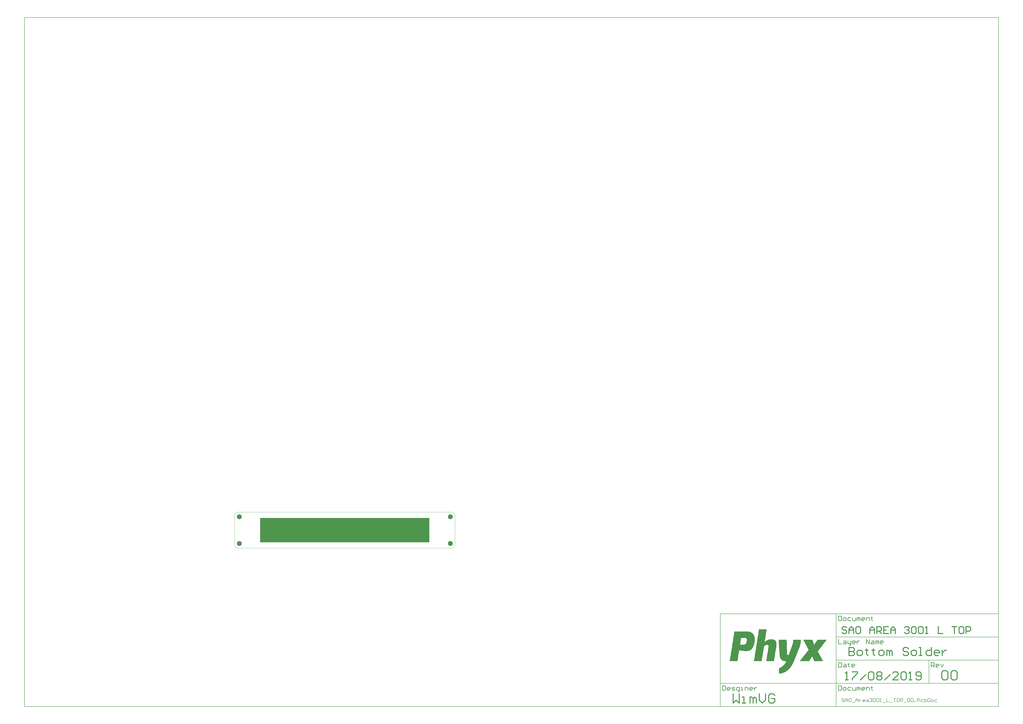
<source format=gbs>
G04*
G04 #@! TF.GenerationSoftware,Altium Limited,Altium Designer,18.1.7 (191)*
G04*
G04 Layer_Color=16711935*
%FSLAX25Y25*%
%MOIN*%
G70*
G01*
G75*
%ADD10C,0.01575*%
%ADD11C,0.00394*%
%ADD12C,0.00787*%
%ADD13C,0.00984*%
%ADD14C,0.08268*%
%ADD18R,2.87402X0.41339*%
G36*
X872201Y-141778D02*
X873919D01*
Y-142065D01*
X874778D01*
Y-142351D01*
X875637D01*
Y-142637D01*
X876496D01*
Y-142924D01*
X877069D01*
Y-143210D01*
X877355D01*
Y-143496D01*
X877928D01*
Y-143783D01*
X878214D01*
Y-144069D01*
X878786D01*
Y-144355D01*
X879073D01*
Y-144641D01*
X879359D01*
Y-144928D01*
X879646D01*
Y-145214D01*
X879932D01*
Y-145501D01*
X880218D01*
Y-145787D01*
X880504D01*
Y-146073D01*
Y-146359D01*
X880791D01*
Y-146646D01*
X881077D01*
Y-146932D01*
Y-147218D01*
X881363D01*
Y-147505D01*
X881650D01*
Y-147791D01*
Y-148077D01*
X881936D01*
Y-148364D01*
Y-148650D01*
Y-148936D01*
X882222D01*
Y-149223D01*
Y-149509D01*
Y-149795D01*
X882509D01*
Y-150082D01*
Y-150368D01*
Y-150654D01*
Y-150940D01*
X882795D01*
Y-151227D01*
Y-151513D01*
Y-151799D01*
Y-152086D01*
Y-152372D01*
X883081D01*
Y-152658D01*
Y-152945D01*
Y-153231D01*
Y-153517D01*
Y-153804D01*
Y-154090D01*
Y-154376D01*
Y-154663D01*
Y-154949D01*
Y-155235D01*
Y-155521D01*
Y-155808D01*
Y-156094D01*
Y-156380D01*
Y-156667D01*
Y-156953D01*
Y-157239D01*
Y-157526D01*
Y-157812D01*
Y-158098D01*
X882795D01*
Y-158385D01*
Y-158671D01*
Y-158957D01*
Y-159244D01*
Y-159530D01*
Y-159816D01*
Y-160102D01*
X882509D01*
Y-160389D01*
Y-160675D01*
Y-160961D01*
Y-161248D01*
Y-161534D01*
X882222D01*
Y-161820D01*
Y-162107D01*
Y-162393D01*
Y-162679D01*
Y-162966D01*
X881936D01*
Y-163252D01*
Y-163538D01*
Y-163824D01*
X881650D01*
Y-164111D01*
Y-164397D01*
Y-164683D01*
Y-164970D01*
X881363D01*
Y-165256D01*
Y-165542D01*
Y-165829D01*
X881077D01*
Y-166115D01*
Y-166401D01*
X880791D01*
Y-166688D01*
Y-166974D01*
Y-167260D01*
X880504D01*
Y-167547D01*
Y-167833D01*
X880218D01*
Y-168119D01*
Y-168405D01*
X879932D01*
Y-168692D01*
Y-168978D01*
X879646D01*
Y-169264D01*
X879359D01*
Y-169551D01*
Y-169837D01*
X879073D01*
Y-170123D01*
X878786D01*
Y-170410D01*
X878500D01*
Y-170696D01*
Y-170982D01*
X878214D01*
Y-171269D01*
X877928D01*
Y-171555D01*
X877641D01*
Y-171841D01*
X877355D01*
Y-172127D01*
X877069D01*
Y-172414D01*
X876496D01*
Y-172700D01*
X876210D01*
Y-172986D01*
X875637D01*
Y-173273D01*
X875351D01*
Y-173559D01*
X874778D01*
Y-173845D01*
X873919D01*
Y-174132D01*
X873060D01*
Y-174418D01*
X872201D01*
Y-174704D01*
X870483D01*
Y-174991D01*
X865330D01*
Y-174704D01*
X862753D01*
Y-174418D01*
X860749D01*
Y-174132D01*
X859317D01*
Y-173845D01*
X857886D01*
Y-173559D01*
X856454D01*
Y-173845D01*
Y-174132D01*
Y-174418D01*
Y-174704D01*
Y-174991D01*
Y-175277D01*
Y-175563D01*
X856168D01*
Y-175850D01*
Y-176136D01*
Y-176422D01*
Y-176709D01*
Y-176995D01*
Y-177281D01*
X855882D01*
Y-177568D01*
Y-177854D01*
Y-178140D01*
Y-178426D01*
Y-178713D01*
Y-178999D01*
X855595D01*
Y-179285D01*
Y-179572D01*
Y-179858D01*
Y-180144D01*
Y-180431D01*
Y-180717D01*
Y-181003D01*
X855309D01*
Y-181290D01*
Y-181576D01*
Y-181862D01*
Y-182149D01*
Y-182435D01*
Y-182721D01*
X855023D01*
Y-183007D01*
Y-183294D01*
Y-183580D01*
Y-183866D01*
Y-184153D01*
Y-184439D01*
X854736D01*
Y-184725D01*
Y-185012D01*
Y-185298D01*
Y-185584D01*
Y-185871D01*
Y-186157D01*
Y-186443D01*
X854450D01*
Y-186730D01*
Y-187016D01*
Y-187302D01*
Y-187588D01*
Y-187875D01*
Y-188161D01*
X854164D01*
Y-188447D01*
Y-188734D01*
Y-189020D01*
Y-189306D01*
Y-189593D01*
Y-189879D01*
X853877D01*
Y-190165D01*
Y-190452D01*
Y-190738D01*
Y-191024D01*
Y-191311D01*
Y-191597D01*
Y-191883D01*
X840421D01*
Y-191597D01*
X840707D01*
Y-191311D01*
Y-191024D01*
Y-190738D01*
Y-190452D01*
Y-190165D01*
X840993D01*
Y-189879D01*
Y-189593D01*
Y-189306D01*
Y-189020D01*
Y-188734D01*
Y-188447D01*
Y-188161D01*
X841280D01*
Y-187875D01*
Y-187588D01*
Y-187302D01*
Y-187016D01*
Y-186730D01*
Y-186443D01*
X841566D01*
Y-186157D01*
Y-185871D01*
Y-185584D01*
Y-185298D01*
Y-185012D01*
Y-184725D01*
X841852D01*
Y-184439D01*
Y-184153D01*
Y-183866D01*
Y-183580D01*
Y-183294D01*
Y-183007D01*
Y-182721D01*
X842138D01*
Y-182435D01*
Y-182149D01*
Y-181862D01*
Y-181576D01*
Y-181290D01*
Y-181003D01*
X842425D01*
Y-180717D01*
Y-180431D01*
Y-180144D01*
Y-179858D01*
Y-179572D01*
Y-179285D01*
X842711D01*
Y-178999D01*
Y-178713D01*
Y-178426D01*
Y-178140D01*
Y-177854D01*
Y-177568D01*
X842997D01*
Y-177281D01*
Y-176995D01*
Y-176709D01*
Y-176422D01*
Y-176136D01*
Y-175850D01*
Y-175563D01*
X843284D01*
Y-175277D01*
Y-174991D01*
Y-174704D01*
Y-174418D01*
Y-174132D01*
Y-173845D01*
X843570D01*
Y-173559D01*
Y-173273D01*
Y-172986D01*
Y-172700D01*
Y-172414D01*
Y-172127D01*
X843856D01*
Y-171841D01*
Y-171555D01*
Y-171269D01*
Y-170982D01*
Y-170696D01*
Y-170410D01*
X844143D01*
Y-170123D01*
Y-169837D01*
Y-169551D01*
Y-169264D01*
Y-168978D01*
Y-168692D01*
Y-168405D01*
X844429D01*
Y-168119D01*
Y-167833D01*
Y-167547D01*
Y-167260D01*
Y-166974D01*
Y-166688D01*
X844715D01*
Y-166401D01*
Y-166115D01*
Y-165829D01*
Y-165542D01*
Y-165256D01*
Y-164970D01*
X845002D01*
Y-164683D01*
Y-164397D01*
Y-164111D01*
Y-163824D01*
Y-163538D01*
Y-163252D01*
Y-162966D01*
X845288D01*
Y-162679D01*
Y-162393D01*
Y-162107D01*
Y-161820D01*
Y-161534D01*
Y-161248D01*
X845574D01*
Y-160961D01*
Y-160675D01*
Y-160389D01*
Y-160102D01*
Y-159816D01*
Y-159530D01*
X845861D01*
Y-159244D01*
Y-158957D01*
Y-158671D01*
Y-158385D01*
Y-158098D01*
Y-157812D01*
X846147D01*
Y-157526D01*
Y-157239D01*
Y-156953D01*
Y-156667D01*
Y-156380D01*
Y-156094D01*
Y-155808D01*
X846433D01*
Y-155521D01*
Y-155235D01*
Y-154949D01*
Y-154663D01*
Y-154376D01*
Y-154090D01*
X846719D01*
Y-153804D01*
Y-153517D01*
Y-153231D01*
Y-152945D01*
Y-152658D01*
Y-152372D01*
X847006D01*
Y-152086D01*
Y-151799D01*
Y-151513D01*
Y-151227D01*
Y-150940D01*
Y-150654D01*
Y-150368D01*
X847292D01*
Y-150082D01*
Y-149795D01*
Y-149509D01*
Y-149223D01*
Y-148936D01*
Y-148650D01*
X847578D01*
Y-148364D01*
Y-148077D01*
Y-147791D01*
Y-147505D01*
Y-147218D01*
Y-146932D01*
X847865D01*
Y-146646D01*
Y-146359D01*
Y-146073D01*
Y-145787D01*
Y-145501D01*
Y-145214D01*
Y-144928D01*
X848151D01*
Y-144641D01*
Y-144355D01*
Y-144069D01*
Y-143783D01*
Y-143496D01*
Y-143210D01*
X848437D01*
Y-142924D01*
Y-142637D01*
Y-142351D01*
Y-142065D01*
Y-141778D01*
Y-141492D01*
X872201D01*
Y-141778D01*
D02*
G37*
G36*
X903409Y-138343D02*
Y-138629D01*
X903123D01*
Y-138915D01*
Y-139202D01*
Y-139488D01*
Y-139774D01*
Y-140060D01*
Y-140347D01*
X902837D01*
Y-140633D01*
Y-140919D01*
Y-141206D01*
Y-141492D01*
Y-141778D01*
Y-142065D01*
X902551D01*
Y-142351D01*
Y-142637D01*
Y-142924D01*
Y-143210D01*
Y-143496D01*
Y-143783D01*
Y-144069D01*
X902264D01*
Y-144355D01*
Y-144641D01*
Y-144928D01*
Y-145214D01*
Y-145501D01*
Y-145787D01*
X901978D01*
Y-146073D01*
Y-146359D01*
Y-146646D01*
Y-146932D01*
Y-147218D01*
Y-147505D01*
X901692D01*
Y-147791D01*
Y-148077D01*
Y-148364D01*
Y-148650D01*
Y-148936D01*
Y-149223D01*
Y-149509D01*
X901405D01*
Y-149795D01*
Y-150082D01*
Y-150368D01*
Y-150654D01*
Y-150940D01*
Y-151227D01*
X901119D01*
Y-151513D01*
Y-151799D01*
Y-152086D01*
Y-152372D01*
Y-152658D01*
Y-152945D01*
X900833D01*
Y-153231D01*
Y-153517D01*
Y-153804D01*
Y-154090D01*
Y-154376D01*
Y-154663D01*
X900546D01*
Y-154949D01*
Y-155235D01*
Y-155521D01*
Y-155808D01*
Y-156094D01*
Y-156380D01*
Y-156667D01*
X900260D01*
Y-156953D01*
Y-157239D01*
Y-157526D01*
Y-157812D01*
Y-158098D01*
Y-158385D01*
X899974D01*
Y-158671D01*
Y-158957D01*
X900546D01*
Y-158671D01*
X900833D01*
Y-158385D01*
X901119D01*
Y-158098D01*
X901692D01*
Y-157812D01*
X901978D01*
Y-157526D01*
X902264D01*
Y-157239D01*
X902837D01*
Y-156953D01*
X903409D01*
Y-156667D01*
X903696D01*
Y-156380D01*
X904268D01*
Y-156094D01*
X905127D01*
Y-155808D01*
X905700D01*
Y-155521D01*
X906559D01*
Y-155235D01*
X907990D01*
Y-154949D01*
X914289D01*
Y-155235D01*
X915435D01*
Y-155521D01*
X916294D01*
Y-155808D01*
X916866D01*
Y-156094D01*
X917153D01*
Y-156380D01*
X917725D01*
Y-156667D01*
X918011D01*
Y-156953D01*
X918298D01*
Y-157239D01*
X918584D01*
Y-157526D01*
X918870D01*
Y-157812D01*
Y-158098D01*
X919157D01*
Y-158385D01*
Y-158671D01*
X919443D01*
Y-158957D01*
Y-159244D01*
Y-159530D01*
X919729D01*
Y-159816D01*
Y-160102D01*
Y-160389D01*
Y-160675D01*
X920016D01*
Y-160961D01*
Y-161248D01*
Y-161534D01*
Y-161820D01*
Y-162107D01*
Y-162393D01*
Y-162679D01*
Y-162966D01*
Y-163252D01*
Y-163538D01*
Y-163824D01*
Y-164111D01*
Y-164397D01*
Y-164683D01*
Y-164970D01*
Y-165256D01*
Y-165542D01*
Y-165829D01*
X919729D01*
Y-166115D01*
Y-166401D01*
Y-166688D01*
Y-166974D01*
Y-167260D01*
Y-167547D01*
Y-167833D01*
X919443D01*
Y-168119D01*
Y-168405D01*
Y-168692D01*
Y-168978D01*
Y-169264D01*
Y-169551D01*
Y-169837D01*
X919157D01*
Y-170123D01*
Y-170410D01*
Y-170696D01*
Y-170982D01*
Y-171269D01*
Y-171555D01*
X918870D01*
Y-171841D01*
Y-172127D01*
Y-172414D01*
Y-172700D01*
Y-172986D01*
Y-173273D01*
X918584D01*
Y-173559D01*
Y-173845D01*
Y-174132D01*
Y-174418D01*
Y-174704D01*
Y-174991D01*
X918298D01*
Y-175277D01*
Y-175563D01*
Y-175850D01*
Y-176136D01*
Y-176422D01*
Y-176709D01*
Y-176995D01*
X918011D01*
Y-177281D01*
Y-177568D01*
Y-177854D01*
Y-178140D01*
Y-178426D01*
Y-178713D01*
X917725D01*
Y-178999D01*
Y-179285D01*
Y-179572D01*
Y-179858D01*
Y-180144D01*
Y-180431D01*
X917439D01*
Y-180717D01*
Y-181003D01*
Y-181290D01*
Y-181576D01*
Y-181862D01*
Y-182149D01*
Y-182435D01*
X917153D01*
Y-182721D01*
Y-183007D01*
Y-183294D01*
Y-183580D01*
Y-183866D01*
Y-184153D01*
X916866D01*
Y-184439D01*
Y-184725D01*
Y-185012D01*
Y-185298D01*
Y-185584D01*
Y-185871D01*
X916580D01*
Y-186157D01*
Y-186443D01*
Y-186730D01*
Y-187016D01*
Y-187302D01*
Y-187588D01*
X916294D01*
Y-187875D01*
Y-188161D01*
Y-188447D01*
Y-188734D01*
Y-189020D01*
Y-189306D01*
Y-189593D01*
X916007D01*
Y-189879D01*
Y-190165D01*
Y-190452D01*
Y-190738D01*
Y-191024D01*
Y-191311D01*
X915721D01*
Y-191597D01*
Y-191883D01*
X902551D01*
Y-191597D01*
Y-191311D01*
X902837D01*
Y-191024D01*
Y-190738D01*
Y-190452D01*
Y-190165D01*
Y-189879D01*
Y-189593D01*
X903123D01*
Y-189306D01*
Y-189020D01*
Y-188734D01*
Y-188447D01*
Y-188161D01*
Y-187875D01*
Y-187588D01*
X903409D01*
Y-187302D01*
Y-187016D01*
Y-186730D01*
Y-186443D01*
Y-186157D01*
Y-185871D01*
X903696D01*
Y-185584D01*
Y-185298D01*
Y-185012D01*
Y-184725D01*
Y-184439D01*
Y-184153D01*
X903982D01*
Y-183866D01*
Y-183580D01*
Y-183294D01*
Y-183007D01*
Y-182721D01*
Y-182435D01*
Y-182149D01*
X904268D01*
Y-181862D01*
Y-181576D01*
Y-181290D01*
Y-181003D01*
Y-180717D01*
Y-180431D01*
X904555D01*
Y-180144D01*
Y-179858D01*
Y-179572D01*
Y-179285D01*
Y-178999D01*
Y-178713D01*
Y-178426D01*
X904841D01*
Y-178140D01*
Y-177854D01*
Y-177568D01*
Y-177281D01*
Y-176995D01*
Y-176709D01*
X905127D01*
Y-176422D01*
Y-176136D01*
Y-175850D01*
Y-175563D01*
Y-175277D01*
Y-174991D01*
X905414D01*
Y-174704D01*
Y-174418D01*
Y-174132D01*
Y-173845D01*
Y-173559D01*
Y-173273D01*
X905700D01*
Y-172986D01*
Y-172700D01*
Y-172414D01*
Y-172127D01*
Y-171841D01*
Y-171555D01*
Y-171269D01*
X905986D01*
Y-170982D01*
Y-170696D01*
Y-170410D01*
Y-170123D01*
Y-169837D01*
Y-169551D01*
X906273D01*
Y-169264D01*
Y-168978D01*
Y-168692D01*
Y-168405D01*
Y-168119D01*
Y-167833D01*
Y-167547D01*
X906559D01*
Y-167260D01*
Y-166974D01*
Y-166688D01*
Y-166401D01*
Y-166115D01*
Y-165829D01*
X906273D01*
Y-165542D01*
Y-165256D01*
X905986D01*
Y-164970D01*
X905700D01*
Y-164683D01*
X905127D01*
Y-164397D01*
X903409D01*
Y-164683D01*
X901978D01*
Y-164970D01*
X901119D01*
Y-165256D01*
X900546D01*
Y-165542D01*
X900260D01*
Y-165829D01*
X899687D01*
Y-166115D01*
X899401D01*
Y-166401D01*
X899115D01*
Y-166688D01*
Y-166974D01*
X898828D01*
Y-167260D01*
Y-167547D01*
Y-167833D01*
X898542D01*
Y-168119D01*
Y-168405D01*
Y-168692D01*
Y-168978D01*
Y-169264D01*
Y-169551D01*
X898256D01*
Y-169837D01*
Y-170123D01*
Y-170410D01*
Y-170696D01*
Y-170982D01*
Y-171269D01*
Y-171555D01*
X897970D01*
Y-171841D01*
Y-172127D01*
Y-172414D01*
Y-172700D01*
Y-172986D01*
Y-173273D01*
X897683D01*
Y-173559D01*
Y-173845D01*
Y-174132D01*
Y-174418D01*
Y-174704D01*
Y-174991D01*
X897397D01*
Y-175277D01*
Y-175563D01*
Y-175850D01*
Y-176136D01*
Y-176422D01*
Y-176709D01*
X897111D01*
Y-176995D01*
Y-177281D01*
Y-177568D01*
Y-177854D01*
Y-178140D01*
Y-178426D01*
Y-178713D01*
X896824D01*
Y-178999D01*
Y-179285D01*
Y-179572D01*
Y-179858D01*
Y-180144D01*
Y-180431D01*
X896538D01*
Y-180717D01*
Y-181003D01*
Y-181290D01*
Y-181576D01*
Y-181862D01*
Y-182149D01*
X896252D01*
Y-182435D01*
Y-182721D01*
Y-183007D01*
Y-183294D01*
Y-183580D01*
Y-183866D01*
Y-184153D01*
X895965D01*
Y-184439D01*
Y-184725D01*
Y-185012D01*
Y-185298D01*
Y-185584D01*
Y-185871D01*
X895679D01*
Y-186157D01*
Y-186443D01*
Y-186730D01*
Y-187016D01*
Y-187302D01*
Y-187588D01*
X895393D01*
Y-187875D01*
Y-188161D01*
Y-188447D01*
Y-188734D01*
Y-189020D01*
Y-189306D01*
X895106D01*
Y-189593D01*
Y-189879D01*
Y-190165D01*
Y-190452D01*
Y-190738D01*
Y-191024D01*
Y-191311D01*
X894820D01*
Y-191597D01*
Y-191883D01*
X881650D01*
Y-191597D01*
Y-191311D01*
X881936D01*
Y-191024D01*
Y-190738D01*
Y-190452D01*
Y-190165D01*
Y-189879D01*
Y-189593D01*
Y-189306D01*
X882222D01*
Y-189020D01*
Y-188734D01*
Y-188447D01*
Y-188161D01*
Y-187875D01*
Y-187588D01*
X882509D01*
Y-187302D01*
Y-187016D01*
Y-186730D01*
Y-186443D01*
Y-186157D01*
Y-185871D01*
X882795D01*
Y-185584D01*
Y-185298D01*
Y-185012D01*
Y-184725D01*
Y-184439D01*
Y-184153D01*
Y-183866D01*
X883081D01*
Y-183580D01*
Y-183294D01*
Y-183007D01*
Y-182721D01*
Y-182435D01*
Y-182149D01*
X883368D01*
Y-181862D01*
Y-181576D01*
Y-181290D01*
Y-181003D01*
Y-180717D01*
Y-180431D01*
X883654D01*
Y-180144D01*
Y-179858D01*
Y-179572D01*
Y-179285D01*
Y-178999D01*
Y-178713D01*
X883940D01*
Y-178426D01*
Y-178140D01*
Y-177854D01*
Y-177568D01*
Y-177281D01*
Y-176995D01*
Y-176709D01*
X884227D01*
Y-176422D01*
Y-176136D01*
Y-175850D01*
Y-175563D01*
Y-175277D01*
Y-174991D01*
X884513D01*
Y-174704D01*
Y-174418D01*
Y-174132D01*
Y-173845D01*
Y-173559D01*
Y-173273D01*
X884799D01*
Y-172986D01*
Y-172700D01*
Y-172414D01*
Y-172127D01*
Y-171841D01*
Y-171555D01*
Y-171269D01*
X885085D01*
Y-170982D01*
Y-170696D01*
Y-170410D01*
Y-170123D01*
Y-169837D01*
Y-169551D01*
X885372D01*
Y-169264D01*
Y-168978D01*
Y-168692D01*
Y-168405D01*
Y-168119D01*
Y-167833D01*
X885658D01*
Y-167547D01*
Y-167260D01*
Y-166974D01*
Y-166688D01*
Y-166401D01*
Y-166115D01*
X885944D01*
Y-165829D01*
Y-165542D01*
Y-165256D01*
Y-164970D01*
Y-164683D01*
Y-164397D01*
Y-164111D01*
X886231D01*
Y-163824D01*
Y-163538D01*
Y-163252D01*
Y-162966D01*
Y-162679D01*
Y-162393D01*
X886517D01*
Y-162107D01*
Y-161820D01*
Y-161534D01*
Y-161248D01*
Y-160961D01*
Y-160675D01*
X886803D01*
Y-160389D01*
Y-160102D01*
Y-159816D01*
Y-159530D01*
Y-159244D01*
Y-158957D01*
X887090D01*
Y-158671D01*
Y-158385D01*
Y-158098D01*
Y-157812D01*
Y-157526D01*
Y-157239D01*
Y-156953D01*
X887376D01*
Y-156667D01*
Y-156380D01*
Y-156094D01*
Y-155808D01*
Y-155521D01*
Y-155235D01*
X887662D01*
Y-154949D01*
Y-154663D01*
Y-154376D01*
Y-154090D01*
Y-153804D01*
Y-153517D01*
X887949D01*
Y-153231D01*
Y-152945D01*
Y-152658D01*
Y-152372D01*
Y-152086D01*
Y-151799D01*
Y-151513D01*
X888235D01*
Y-151227D01*
Y-150940D01*
Y-150654D01*
Y-150368D01*
Y-150082D01*
Y-149795D01*
X888521D01*
Y-149509D01*
Y-149223D01*
Y-148936D01*
Y-148650D01*
Y-148364D01*
Y-148077D01*
X888807D01*
Y-147791D01*
Y-147505D01*
Y-147218D01*
Y-146932D01*
Y-146646D01*
Y-146359D01*
X889094D01*
Y-146073D01*
Y-145787D01*
Y-145501D01*
Y-145214D01*
Y-144928D01*
Y-144641D01*
Y-144355D01*
X889380D01*
Y-144069D01*
Y-143783D01*
Y-143496D01*
Y-143210D01*
Y-142924D01*
Y-142637D01*
X889666D01*
Y-142351D01*
Y-142065D01*
Y-141778D01*
Y-141492D01*
Y-141206D01*
Y-140919D01*
X889953D01*
Y-140633D01*
Y-140347D01*
Y-140060D01*
Y-139774D01*
Y-139488D01*
Y-139202D01*
Y-138915D01*
X890239D01*
Y-138629D01*
Y-138343D01*
Y-138056D01*
X903409D01*
Y-138343D01*
D02*
G37*
G36*
X1005337Y-155808D02*
X1005050D01*
Y-156094D01*
X1004764D01*
Y-156380D01*
Y-156667D01*
X1004478D01*
Y-156953D01*
X1004192D01*
Y-157239D01*
X1003905D01*
Y-157526D01*
Y-157812D01*
X1003619D01*
Y-158098D01*
X1003333D01*
Y-158385D01*
X1003046D01*
Y-158671D01*
X1002760D01*
Y-158957D01*
Y-159244D01*
X1002474D01*
Y-159530D01*
X1002187D01*
Y-159816D01*
X1001901D01*
Y-160102D01*
Y-160389D01*
X1001615D01*
Y-160675D01*
X1001328D01*
Y-160961D01*
X1001042D01*
Y-161248D01*
X1000756D01*
Y-161534D01*
Y-161820D01*
X1000469D01*
Y-162107D01*
X1000183D01*
Y-162393D01*
X999897D01*
Y-162679D01*
Y-162966D01*
X999611D01*
Y-163252D01*
X999324D01*
Y-163538D01*
X999038D01*
Y-163824D01*
Y-164111D01*
X998752D01*
Y-164397D01*
X998465D01*
Y-164683D01*
X998179D01*
Y-164970D01*
X997893D01*
Y-165256D01*
Y-165542D01*
X997606D01*
Y-165829D01*
X997320D01*
Y-166115D01*
X997034D01*
Y-166401D01*
Y-166688D01*
X996747D01*
Y-166974D01*
X996461D01*
Y-167260D01*
X996175D01*
Y-167547D01*
Y-167833D01*
X995889D01*
Y-168119D01*
X995602D01*
Y-168405D01*
X995316D01*
Y-168692D01*
X995030D01*
Y-168978D01*
Y-169264D01*
X994743D01*
Y-169551D01*
X994457D01*
Y-169837D01*
X994171D01*
Y-170123D01*
Y-170410D01*
X993884D01*
Y-170696D01*
X993598D01*
Y-170982D01*
X993312D01*
Y-171269D01*
Y-171555D01*
X993025D01*
Y-171841D01*
X992739D01*
Y-172127D01*
X992453D01*
Y-172414D01*
X992166D01*
Y-172700D01*
Y-172986D01*
X991880D01*
Y-173273D01*
X991594D01*
Y-173559D01*
X991308D01*
Y-173845D01*
Y-174132D01*
X991021D01*
Y-174418D01*
X990735D01*
Y-174704D01*
X990449D01*
Y-174991D01*
X990162D01*
Y-175277D01*
Y-175563D01*
X990449D01*
Y-175850D01*
Y-176136D01*
X990735D01*
Y-176422D01*
Y-176709D01*
X991021D01*
Y-176995D01*
X991308D01*
Y-177281D01*
Y-177568D01*
X991594D01*
Y-177854D01*
Y-178140D01*
X991880D01*
Y-178426D01*
Y-178713D01*
X992166D01*
Y-178999D01*
Y-179285D01*
X992453D01*
Y-179572D01*
Y-179858D01*
X992739D01*
Y-180144D01*
Y-180431D01*
X993025D01*
Y-180717D01*
Y-181003D01*
X993312D01*
Y-181290D01*
Y-181576D01*
X993598D01*
Y-181862D01*
X993884D01*
Y-182149D01*
Y-182435D01*
X994171D01*
Y-182721D01*
Y-183007D01*
X994457D01*
Y-183294D01*
Y-183580D01*
X994743D01*
Y-183866D01*
Y-184153D01*
X995030D01*
Y-184439D01*
Y-184725D01*
X995316D01*
Y-185012D01*
Y-185298D01*
X995602D01*
Y-185584D01*
Y-185871D01*
X995889D01*
Y-186157D01*
X996175D01*
Y-186443D01*
Y-186730D01*
X996461D01*
Y-187016D01*
Y-187302D01*
X996747D01*
Y-187588D01*
Y-187875D01*
X997034D01*
Y-188161D01*
Y-188447D01*
X997320D01*
Y-188734D01*
Y-189020D01*
X997606D01*
Y-189306D01*
Y-189593D01*
X997893D01*
Y-189879D01*
Y-190165D01*
X998179D01*
Y-190452D01*
X998465D01*
Y-190738D01*
Y-191024D01*
X998752D01*
Y-191311D01*
Y-191597D01*
X999038D01*
Y-191883D01*
X983863D01*
Y-191597D01*
X983577D01*
Y-191311D01*
Y-191024D01*
Y-190738D01*
X983291D01*
Y-190452D01*
Y-190165D01*
Y-189879D01*
X983004D01*
Y-189593D01*
Y-189306D01*
X982718D01*
Y-189020D01*
Y-188734D01*
Y-188447D01*
X982432D01*
Y-188161D01*
Y-187875D01*
Y-187588D01*
X982146D01*
Y-187302D01*
Y-187016D01*
X981859D01*
Y-186730D01*
Y-186443D01*
Y-186157D01*
X981573D01*
Y-185871D01*
Y-185584D01*
Y-185298D01*
X981287D01*
Y-185012D01*
Y-184725D01*
Y-184439D01*
X981000D01*
Y-184153D01*
X980428D01*
Y-184439D01*
Y-184725D01*
X980141D01*
Y-185012D01*
X979855D01*
Y-185298D01*
Y-185584D01*
X979569D01*
Y-185871D01*
X979282D01*
Y-186157D01*
Y-186443D01*
X978996D01*
Y-186730D01*
X978710D01*
Y-187016D01*
Y-187302D01*
X978423D01*
Y-187588D01*
X978137D01*
Y-187875D01*
X977851D01*
Y-188161D01*
Y-188447D01*
X977565D01*
Y-188734D01*
X977278D01*
Y-189020D01*
Y-189306D01*
X976992D01*
Y-189593D01*
X976705D01*
Y-189879D01*
Y-190165D01*
X976419D01*
Y-190452D01*
X976133D01*
Y-190738D01*
Y-191024D01*
X975847D01*
Y-191311D01*
X975560D01*
Y-191597D01*
Y-191883D01*
X959527D01*
Y-191597D01*
X959813D01*
Y-191311D01*
X960099D01*
Y-191024D01*
X960386D01*
Y-190738D01*
X960672D01*
Y-190452D01*
Y-190165D01*
X960958D01*
Y-189879D01*
X961245D01*
Y-189593D01*
X961531D01*
Y-189306D01*
X961817D01*
Y-189020D01*
Y-188734D01*
X962104D01*
Y-188447D01*
X962390D01*
Y-188161D01*
X962676D01*
Y-187875D01*
Y-187588D01*
X962963D01*
Y-187302D01*
X963249D01*
Y-187016D01*
X963535D01*
Y-186730D01*
X963822D01*
Y-186443D01*
Y-186157D01*
X964108D01*
Y-185871D01*
X964394D01*
Y-185584D01*
X964680D01*
Y-185298D01*
X964967D01*
Y-185012D01*
Y-184725D01*
X965253D01*
Y-184439D01*
X965539D01*
Y-184153D01*
X965826D01*
Y-183866D01*
Y-183580D01*
X966112D01*
Y-183294D01*
X966398D01*
Y-183007D01*
X966685D01*
Y-182721D01*
X966971D01*
Y-182435D01*
Y-182149D01*
X967257D01*
Y-181862D01*
X967544D01*
Y-181576D01*
X967830D01*
Y-181290D01*
Y-181003D01*
X968116D01*
Y-180717D01*
X968402D01*
Y-180431D01*
X968689D01*
Y-180144D01*
X968975D01*
Y-179858D01*
Y-179572D01*
X969261D01*
Y-179285D01*
X969548D01*
Y-178999D01*
X969834D01*
Y-178713D01*
Y-178426D01*
X970120D01*
Y-178140D01*
X970407D01*
Y-177854D01*
X970693D01*
Y-177568D01*
X970979D01*
Y-177281D01*
Y-176995D01*
X971266D01*
Y-176709D01*
X971552D01*
Y-176422D01*
X971838D01*
Y-176136D01*
X972124D01*
Y-175850D01*
Y-175563D01*
X972411D01*
Y-175277D01*
X972697D01*
Y-174991D01*
X972983D01*
Y-174704D01*
Y-174418D01*
X973270D01*
Y-174132D01*
X973556D01*
Y-173845D01*
X973842D01*
Y-173559D01*
X974129D01*
Y-173273D01*
Y-172986D01*
X974415D01*
Y-172700D01*
Y-172414D01*
Y-172127D01*
X974129D01*
Y-171841D01*
X973842D01*
Y-171555D01*
Y-171269D01*
X973556D01*
Y-170982D01*
Y-170696D01*
X973270D01*
Y-170410D01*
Y-170123D01*
X972983D01*
Y-169837D01*
Y-169551D01*
X972697D01*
Y-169264D01*
Y-168978D01*
X972411D01*
Y-168692D01*
Y-168405D01*
X972124D01*
Y-168119D01*
X971838D01*
Y-167833D01*
Y-167547D01*
X971552D01*
Y-167260D01*
Y-166974D01*
X971266D01*
Y-166688D01*
Y-166401D01*
X970979D01*
Y-166115D01*
Y-165829D01*
X970693D01*
Y-165542D01*
Y-165256D01*
X970407D01*
Y-164970D01*
Y-164683D01*
X970120D01*
Y-164397D01*
X969834D01*
Y-164111D01*
Y-163824D01*
X969548D01*
Y-163538D01*
Y-163252D01*
X969261D01*
Y-162966D01*
Y-162679D01*
X968975D01*
Y-162393D01*
Y-162107D01*
X968689D01*
Y-161820D01*
Y-161534D01*
X968402D01*
Y-161248D01*
Y-160961D01*
X968116D01*
Y-160675D01*
Y-160389D01*
X967830D01*
Y-160102D01*
X967544D01*
Y-159816D01*
Y-159530D01*
X967257D01*
Y-159244D01*
Y-158957D01*
X966971D01*
Y-158671D01*
Y-158385D01*
X966685D01*
Y-158098D01*
Y-157812D01*
X966398D01*
Y-157526D01*
Y-157239D01*
X966112D01*
Y-156953D01*
Y-156667D01*
X965826D01*
Y-156380D01*
X965539D01*
Y-156094D01*
Y-155808D01*
X965253D01*
Y-155521D01*
X981000D01*
Y-155808D01*
X981287D01*
Y-156094D01*
Y-156380D01*
Y-156667D01*
X981573D01*
Y-156953D01*
Y-157239D01*
Y-157526D01*
X981859D01*
Y-157812D01*
Y-158098D01*
Y-158385D01*
X982146D01*
Y-158671D01*
Y-158957D01*
Y-159244D01*
X982432D01*
Y-159530D01*
Y-159816D01*
Y-160102D01*
X982718D01*
Y-160389D01*
Y-160675D01*
Y-160961D01*
X983004D01*
Y-161248D01*
Y-161534D01*
Y-161820D01*
X983291D01*
Y-162107D01*
Y-162393D01*
Y-162679D01*
X983577D01*
Y-162966D01*
Y-163252D01*
Y-163538D01*
Y-163824D01*
X984150D01*
Y-163538D01*
X984436D01*
Y-163252D01*
X984722D01*
Y-162966D01*
Y-162679D01*
X985009D01*
Y-162393D01*
X985295D01*
Y-162107D01*
Y-161820D01*
X985581D01*
Y-161534D01*
X985868D01*
Y-161248D01*
Y-160961D01*
X986154D01*
Y-160675D01*
X986440D01*
Y-160389D01*
Y-160102D01*
X986726D01*
Y-159816D01*
X987013D01*
Y-159530D01*
Y-159244D01*
X987299D01*
Y-158957D01*
X987585D01*
Y-158671D01*
Y-158385D01*
X987872D01*
Y-158098D01*
X988158D01*
Y-157812D01*
Y-157526D01*
X988444D01*
Y-157239D01*
X988731D01*
Y-156953D01*
Y-156667D01*
X989017D01*
Y-156380D01*
X989303D01*
Y-156094D01*
Y-155808D01*
X989590D01*
Y-155521D01*
X1005337D01*
Y-155808D01*
D02*
G37*
G36*
X961245D02*
Y-156094D01*
Y-156380D01*
Y-156667D01*
Y-156953D01*
Y-157239D01*
Y-157526D01*
Y-157812D01*
Y-158098D01*
Y-158385D01*
Y-158671D01*
Y-158957D01*
Y-159244D01*
Y-159530D01*
Y-159816D01*
Y-160102D01*
Y-160389D01*
Y-160675D01*
Y-160961D01*
Y-161248D01*
Y-161534D01*
X960958D01*
Y-161820D01*
Y-162107D01*
Y-162393D01*
Y-162679D01*
Y-162966D01*
X960672D01*
Y-163252D01*
Y-163538D01*
Y-163824D01*
Y-164111D01*
X960386D01*
Y-164397D01*
Y-164683D01*
Y-164970D01*
Y-165256D01*
X960099D01*
Y-165542D01*
Y-165829D01*
Y-166115D01*
X959813D01*
Y-166401D01*
Y-166688D01*
Y-166974D01*
X959527D01*
Y-167260D01*
Y-167547D01*
Y-167833D01*
X959241D01*
Y-168119D01*
Y-168405D01*
Y-168692D01*
X958954D01*
Y-168978D01*
Y-169264D01*
X958668D01*
Y-169551D01*
Y-169837D01*
X958381D01*
Y-170123D01*
Y-170410D01*
Y-170696D01*
X958095D01*
Y-170982D01*
Y-171269D01*
X957809D01*
Y-171555D01*
Y-171841D01*
Y-172127D01*
X957523D01*
Y-172414D01*
Y-172700D01*
X957236D01*
Y-172986D01*
Y-173273D01*
Y-173559D01*
X956950D01*
Y-173845D01*
Y-174132D01*
X956664D01*
Y-174418D01*
Y-174704D01*
Y-174991D01*
X956377D01*
Y-175277D01*
Y-175563D01*
X956091D01*
Y-175850D01*
Y-176136D01*
Y-176422D01*
X955805D01*
Y-176709D01*
Y-176995D01*
X955518D01*
Y-177281D01*
Y-177568D01*
Y-177854D01*
X955232D01*
Y-178140D01*
Y-178426D01*
X954946D01*
Y-178713D01*
Y-178999D01*
Y-179285D01*
X954659D01*
Y-179572D01*
Y-179858D01*
X954373D01*
Y-180144D01*
Y-180431D01*
Y-180717D01*
X954087D01*
Y-181003D01*
Y-181290D01*
X953800D01*
Y-181576D01*
Y-181862D01*
Y-182149D01*
X953514D01*
Y-182435D01*
Y-182721D01*
X953228D01*
Y-183007D01*
Y-183294D01*
Y-183580D01*
X952942D01*
Y-183866D01*
Y-184153D01*
X952655D01*
Y-184439D01*
Y-184725D01*
Y-185012D01*
X952369D01*
Y-185298D01*
Y-185584D01*
X952083D01*
Y-185871D01*
Y-186157D01*
Y-186443D01*
X951796D01*
Y-186730D01*
Y-187016D01*
X951510D01*
Y-187302D01*
Y-187588D01*
Y-187875D01*
X951224D01*
Y-188161D01*
Y-188447D01*
X950937D01*
Y-188734D01*
Y-189020D01*
Y-189306D01*
X950651D01*
Y-189593D01*
Y-189879D01*
X950365D01*
Y-190165D01*
Y-190452D01*
Y-190738D01*
X950078D01*
Y-191024D01*
Y-191311D01*
X949792D01*
Y-191597D01*
Y-191883D01*
Y-192169D01*
X949506D01*
Y-192456D01*
Y-192742D01*
X949220D01*
Y-193028D01*
Y-193315D01*
X948933D01*
Y-193601D01*
Y-193887D01*
X948647D01*
Y-194174D01*
Y-194460D01*
Y-194746D01*
X948361D01*
Y-195033D01*
X948074D01*
Y-195319D01*
Y-195605D01*
Y-195891D01*
X947788D01*
Y-196178D01*
X947502D01*
Y-196464D01*
Y-196750D01*
X947215D01*
Y-197037D01*
Y-197323D01*
X946929D01*
Y-197609D01*
Y-197896D01*
X946643D01*
Y-198182D01*
Y-198468D01*
X946356D01*
Y-198755D01*
X946070D01*
Y-199041D01*
Y-199327D01*
X945784D01*
Y-199614D01*
Y-199900D01*
X945497D01*
Y-200186D01*
X945211D01*
Y-200472D01*
X944925D01*
Y-200759D01*
Y-201045D01*
X944639D01*
Y-201331D01*
X944352D01*
Y-201618D01*
Y-201904D01*
X944066D01*
Y-202190D01*
X943780D01*
Y-202477D01*
X943493D01*
Y-202763D01*
Y-203049D01*
X943207D01*
Y-203336D01*
X942921D01*
Y-203622D01*
X942634D01*
Y-203908D01*
X942348D01*
Y-204195D01*
X942062D01*
Y-204481D01*
Y-204767D01*
X941775D01*
Y-205053D01*
X941489D01*
Y-205340D01*
X941203D01*
Y-205626D01*
X940916D01*
Y-205912D01*
X940630D01*
Y-206199D01*
X940344D01*
Y-206485D01*
X940057D01*
Y-206771D01*
X939485D01*
Y-207058D01*
X939199D01*
Y-207344D01*
X938912D01*
Y-207630D01*
X938626D01*
Y-207917D01*
X938340D01*
Y-208203D01*
X937767D01*
Y-208489D01*
X937481D01*
Y-208776D01*
X936908D01*
Y-209062D01*
X936622D01*
Y-209348D01*
X936049D01*
Y-209634D01*
X935763D01*
Y-209921D01*
X935190D01*
Y-210207D01*
X934618D01*
Y-210493D01*
X934045D01*
Y-210780D01*
X933472D01*
Y-211066D01*
X932900D01*
Y-211352D01*
X932041D01*
Y-211639D01*
X931468D01*
Y-211925D01*
X930609D01*
Y-212211D01*
X929464D01*
Y-212498D01*
X928319D01*
Y-212784D01*
X926601D01*
Y-213070D01*
X924597D01*
Y-213357D01*
X924310D01*
Y-213070D01*
Y-212784D01*
Y-212498D01*
Y-212211D01*
Y-211925D01*
Y-211639D01*
Y-211352D01*
Y-211066D01*
Y-210780D01*
Y-210493D01*
Y-210207D01*
Y-209921D01*
Y-209634D01*
Y-209348D01*
Y-209062D01*
Y-208776D01*
Y-208489D01*
Y-208203D01*
Y-207917D01*
Y-207630D01*
Y-207344D01*
Y-207058D01*
Y-206771D01*
Y-206485D01*
Y-206199D01*
Y-205912D01*
Y-205626D01*
Y-205340D01*
Y-205053D01*
Y-204767D01*
Y-204481D01*
Y-204195D01*
Y-203908D01*
X924883D01*
Y-203622D01*
X925455D01*
Y-203336D01*
X926028D01*
Y-203049D01*
X926601D01*
Y-202763D01*
X927173D01*
Y-202477D01*
X927746D01*
Y-202190D01*
X928032D01*
Y-201904D01*
X928605D01*
Y-201618D01*
X928891D01*
Y-201331D01*
X929464D01*
Y-201045D01*
X929750D01*
Y-200759D01*
X930037D01*
Y-200472D01*
X930609D01*
Y-200186D01*
X930896D01*
Y-199900D01*
X931182D01*
Y-199614D01*
X931468D01*
Y-199327D01*
X931754D01*
Y-199041D01*
X932041D01*
Y-198755D01*
X932327D01*
Y-198468D01*
X932613D01*
Y-198182D01*
X932900D01*
Y-197896D01*
X933186D01*
Y-197609D01*
X933472D01*
Y-197323D01*
X933759D01*
Y-197037D01*
Y-196750D01*
X934045D01*
Y-196464D01*
X934331D01*
Y-196178D01*
X934618D01*
Y-195891D01*
Y-195605D01*
X934904D01*
Y-195319D01*
X935190D01*
Y-195033D01*
Y-194746D01*
X935476D01*
Y-194460D01*
Y-194174D01*
X935763D01*
Y-193887D01*
X936049D01*
Y-193601D01*
Y-193315D01*
X936335D01*
Y-193028D01*
Y-192742D01*
X936622D01*
Y-192456D01*
Y-192169D01*
X934904D01*
Y-191883D01*
X932900D01*
Y-191597D01*
X931754D01*
Y-191311D01*
X931182D01*
Y-191024D01*
X930323D01*
Y-190738D01*
X929750D01*
Y-190452D01*
X929464D01*
Y-190165D01*
X928891D01*
Y-189879D01*
X928605D01*
Y-189593D01*
X928319D01*
Y-189306D01*
X928032D01*
Y-189020D01*
X927746D01*
Y-188734D01*
X927460D01*
Y-188447D01*
Y-188161D01*
X927173D01*
Y-187875D01*
X926887D01*
Y-187588D01*
Y-187302D01*
X926601D01*
Y-187016D01*
Y-186730D01*
X926315D01*
Y-186443D01*
Y-186157D01*
X926028D01*
Y-185871D01*
Y-185584D01*
Y-185298D01*
X925742D01*
Y-185012D01*
Y-184725D01*
Y-184439D01*
Y-184153D01*
X925455D01*
Y-183866D01*
Y-183580D01*
Y-183294D01*
Y-183007D01*
Y-182721D01*
Y-182435D01*
Y-182149D01*
X925169D01*
Y-181862D01*
Y-181576D01*
Y-181290D01*
Y-181003D01*
Y-180717D01*
Y-180431D01*
Y-180144D01*
Y-179858D01*
Y-179572D01*
Y-179285D01*
Y-178999D01*
Y-178713D01*
Y-178426D01*
Y-178140D01*
Y-177854D01*
X924883D01*
Y-177568D01*
Y-177281D01*
Y-176995D01*
Y-176709D01*
Y-176422D01*
Y-176136D01*
Y-175850D01*
Y-175563D01*
Y-175277D01*
Y-174991D01*
Y-174704D01*
Y-174418D01*
Y-174132D01*
Y-173845D01*
Y-173559D01*
X924597D01*
Y-173273D01*
Y-172986D01*
Y-172700D01*
Y-172414D01*
Y-172127D01*
Y-171841D01*
Y-171555D01*
Y-171269D01*
Y-170982D01*
Y-170696D01*
Y-170410D01*
Y-170123D01*
Y-169837D01*
Y-169551D01*
Y-169264D01*
Y-168978D01*
X924310D01*
Y-168692D01*
Y-168405D01*
Y-168119D01*
Y-167833D01*
Y-167547D01*
Y-167260D01*
Y-166974D01*
Y-166688D01*
Y-166401D01*
Y-166115D01*
Y-165829D01*
Y-165542D01*
Y-165256D01*
Y-164970D01*
Y-164683D01*
Y-164397D01*
X924024D01*
Y-164111D01*
Y-163824D01*
Y-163538D01*
Y-163252D01*
Y-162966D01*
Y-162679D01*
Y-162393D01*
Y-162107D01*
Y-161820D01*
Y-161534D01*
Y-161248D01*
Y-160961D01*
Y-160675D01*
Y-160389D01*
X923738D01*
Y-160102D01*
Y-159816D01*
Y-159530D01*
Y-159244D01*
Y-158957D01*
Y-158671D01*
Y-158385D01*
Y-158098D01*
Y-157812D01*
Y-157526D01*
Y-157239D01*
Y-156953D01*
Y-156667D01*
Y-156380D01*
Y-156094D01*
Y-155808D01*
X923451D01*
Y-155521D01*
X937194D01*
Y-155808D01*
Y-156094D01*
Y-156380D01*
Y-156667D01*
Y-156953D01*
Y-157239D01*
Y-157526D01*
Y-157812D01*
Y-158098D01*
Y-158385D01*
Y-158671D01*
Y-158957D01*
Y-159244D01*
Y-159530D01*
X937481D01*
Y-159816D01*
Y-160102D01*
Y-160389D01*
Y-160675D01*
Y-160961D01*
Y-161248D01*
Y-161534D01*
Y-161820D01*
Y-162107D01*
Y-162393D01*
Y-162679D01*
Y-162966D01*
Y-163252D01*
Y-163538D01*
Y-163824D01*
Y-164111D01*
Y-164397D01*
Y-164683D01*
Y-164970D01*
Y-165256D01*
Y-165542D01*
Y-165829D01*
Y-166115D01*
Y-166401D01*
Y-166688D01*
Y-166974D01*
Y-167260D01*
Y-167547D01*
Y-167833D01*
Y-168119D01*
Y-168405D01*
Y-168692D01*
Y-168978D01*
Y-169264D01*
Y-169551D01*
Y-169837D01*
Y-170123D01*
Y-170410D01*
Y-170696D01*
Y-170982D01*
Y-171269D01*
X937767D01*
Y-171555D01*
X937481D01*
Y-171841D01*
Y-172127D01*
X937767D01*
Y-172414D01*
Y-172700D01*
Y-172986D01*
Y-173273D01*
Y-173559D01*
Y-173845D01*
Y-174132D01*
Y-174418D01*
Y-174704D01*
Y-174991D01*
Y-175277D01*
Y-175563D01*
Y-175850D01*
Y-176136D01*
Y-176422D01*
Y-176709D01*
Y-176995D01*
Y-177281D01*
Y-177568D01*
Y-177854D01*
Y-178140D01*
Y-178426D01*
Y-178713D01*
Y-178999D01*
Y-179285D01*
Y-179572D01*
X938053D01*
Y-179858D01*
Y-180144D01*
Y-180431D01*
X938340D01*
Y-180717D01*
X938626D01*
Y-181003D01*
X938912D01*
Y-181290D01*
X939771D01*
Y-181576D01*
X940630D01*
Y-181290D01*
X940916D01*
Y-181003D01*
Y-180717D01*
Y-180431D01*
X941203D01*
Y-180144D01*
Y-179858D01*
X941489D01*
Y-179572D01*
Y-179285D01*
Y-178999D01*
X941775D01*
Y-178713D01*
Y-178426D01*
Y-178140D01*
X942062D01*
Y-177854D01*
Y-177568D01*
Y-177281D01*
X942348D01*
Y-176995D01*
Y-176709D01*
Y-176422D01*
X942634D01*
Y-176136D01*
Y-175850D01*
X942921D01*
Y-175563D01*
Y-175277D01*
Y-174991D01*
X943207D01*
Y-174704D01*
Y-174418D01*
Y-174132D01*
X943493D01*
Y-173845D01*
Y-173559D01*
Y-173273D01*
X943780D01*
Y-172986D01*
Y-172700D01*
X944066D01*
Y-172414D01*
Y-172127D01*
Y-171841D01*
X944352D01*
Y-171555D01*
Y-171269D01*
Y-170982D01*
X944639D01*
Y-170696D01*
Y-170410D01*
Y-170123D01*
X944925D01*
Y-169837D01*
Y-169551D01*
X945211D01*
Y-169264D01*
Y-168978D01*
Y-168692D01*
X945497D01*
Y-168405D01*
Y-168119D01*
Y-167833D01*
X945784D01*
Y-167547D01*
Y-167260D01*
Y-166974D01*
X946070D01*
Y-166688D01*
Y-166401D01*
X946356D01*
Y-166115D01*
Y-165829D01*
Y-165542D01*
X946643D01*
Y-165256D01*
Y-164970D01*
Y-164683D01*
X946929D01*
Y-164397D01*
Y-164111D01*
Y-163824D01*
X947215D01*
Y-163538D01*
Y-163252D01*
Y-162966D01*
Y-162679D01*
X947502D01*
Y-162393D01*
Y-162107D01*
Y-161820D01*
Y-161534D01*
X947788D01*
Y-161248D01*
Y-160961D01*
Y-160675D01*
Y-160389D01*
Y-160102D01*
X948074D01*
Y-159816D01*
Y-159530D01*
Y-159244D01*
Y-158957D01*
Y-158671D01*
Y-158385D01*
X948361D01*
Y-158098D01*
Y-157812D01*
Y-157526D01*
Y-157239D01*
Y-156953D01*
Y-156667D01*
Y-156380D01*
Y-156094D01*
Y-155808D01*
Y-155521D01*
X961245D01*
Y-155808D01*
D02*
G37*
%LPC*%
G36*
X867907Y-152658D02*
X859890D01*
Y-152945D01*
Y-153231D01*
Y-153517D01*
Y-153804D01*
Y-154090D01*
X859604D01*
Y-154376D01*
Y-154663D01*
Y-154949D01*
Y-155235D01*
Y-155521D01*
Y-155808D01*
X859317D01*
Y-156094D01*
Y-156380D01*
Y-156667D01*
Y-156953D01*
Y-157239D01*
Y-157526D01*
X859031D01*
Y-157812D01*
Y-158098D01*
Y-158385D01*
Y-158671D01*
Y-158957D01*
Y-159244D01*
X858745D01*
Y-159530D01*
Y-159816D01*
Y-160102D01*
Y-160389D01*
Y-160675D01*
Y-160961D01*
Y-161248D01*
X858458D01*
Y-161534D01*
Y-161820D01*
Y-162107D01*
Y-162393D01*
Y-162679D01*
Y-162966D01*
X858172D01*
Y-163252D01*
Y-163538D01*
Y-163824D01*
X865330D01*
Y-163538D01*
X866475D01*
Y-163252D01*
X867048D01*
Y-162966D01*
X867334D01*
Y-162679D01*
X867620D01*
Y-162393D01*
X867907D01*
Y-162107D01*
X868193D01*
Y-161820D01*
Y-161534D01*
X868479D01*
Y-161248D01*
Y-160961D01*
X868766D01*
Y-160675D01*
Y-160389D01*
X869052D01*
Y-160102D01*
Y-159816D01*
Y-159530D01*
Y-159244D01*
X869338D01*
Y-158957D01*
Y-158671D01*
Y-158385D01*
Y-158098D01*
Y-157812D01*
X869625D01*
Y-157526D01*
Y-157239D01*
Y-156953D01*
Y-156667D01*
Y-156380D01*
Y-156094D01*
Y-155808D01*
Y-155521D01*
Y-155235D01*
Y-154949D01*
Y-154663D01*
X869338D01*
Y-154376D01*
Y-154090D01*
X869052D01*
Y-153804D01*
Y-153517D01*
X868766D01*
Y-153231D01*
X868479D01*
Y-152945D01*
X867907D01*
Y-152658D01*
D02*
G37*
%LPD*%
D10*
X1042921Y-168552D02*
Y-182327D01*
X1049809D01*
X1052104Y-180031D01*
Y-177735D01*
X1049809Y-175439D01*
X1042921D01*
X1049809D01*
X1052104Y-173144D01*
Y-170848D01*
X1049809Y-168552D01*
X1042921D01*
X1058992Y-182327D02*
X1063584D01*
X1065879Y-180031D01*
Y-175439D01*
X1063584Y-173144D01*
X1058992D01*
X1056696Y-175439D01*
Y-180031D01*
X1058992Y-182327D01*
X1072767Y-170848D02*
Y-173144D01*
X1070471D01*
X1075063D01*
X1072767D01*
Y-180031D01*
X1075063Y-182327D01*
X1084246Y-170848D02*
Y-173144D01*
X1081950D01*
X1086542D01*
X1084246D01*
Y-180031D01*
X1086542Y-182327D01*
X1095725D02*
X1100317D01*
X1102613Y-180031D01*
Y-175439D01*
X1100317Y-173144D01*
X1095725D01*
X1093430Y-175439D01*
Y-180031D01*
X1095725Y-182327D01*
X1107205D02*
Y-173144D01*
X1109501D01*
X1111796Y-175439D01*
Y-182327D01*
Y-175439D01*
X1114092Y-173144D01*
X1116388Y-175439D01*
Y-182327D01*
X1143938Y-170848D02*
X1141642Y-168552D01*
X1137051D01*
X1134755Y-170848D01*
Y-173144D01*
X1137051Y-175439D01*
X1141642D01*
X1143938Y-177735D01*
Y-180031D01*
X1141642Y-182327D01*
X1137051D01*
X1134755Y-180031D01*
X1150826Y-182327D02*
X1155417D01*
X1157713Y-180031D01*
Y-175439D01*
X1155417Y-173144D01*
X1150826D01*
X1148530Y-175439D01*
Y-180031D01*
X1150826Y-182327D01*
X1162305D02*
X1166897D01*
X1164601D01*
Y-168552D01*
X1162305D01*
X1182968D02*
Y-182327D01*
X1176080D01*
X1173784Y-180031D01*
Y-175439D01*
X1176080Y-173144D01*
X1182968D01*
X1194447Y-182327D02*
X1189855D01*
X1187559Y-180031D01*
Y-175439D01*
X1189855Y-173144D01*
X1194447D01*
X1196743Y-175439D01*
Y-177735D01*
X1187559D01*
X1201334Y-173144D02*
Y-182327D01*
Y-177735D01*
X1203630Y-175439D01*
X1205926Y-173144D01*
X1208222D01*
X846071Y-247293D02*
Y-263036D01*
X851318Y-257788D01*
X856566Y-263036D01*
Y-247293D01*
X861814Y-263036D02*
X867061D01*
X864437D01*
Y-252540D01*
X861814D01*
X874933Y-263036D02*
Y-252540D01*
X877556D01*
X880180Y-255164D01*
Y-263036D01*
Y-255164D01*
X882804Y-252540D01*
X885428Y-255164D01*
Y-263036D01*
X890676Y-247293D02*
Y-257788D01*
X895923Y-263036D01*
X901171Y-257788D01*
Y-247293D01*
X916914Y-249917D02*
X914290Y-247293D01*
X909042D01*
X906419Y-249917D01*
Y-260412D01*
X909042Y-263036D01*
X914290D01*
X916914Y-260412D01*
Y-255164D01*
X911666D01*
X1200401Y-210546D02*
X1203025Y-207923D01*
X1208273D01*
X1210897Y-210546D01*
Y-221042D01*
X1208273Y-223665D01*
X1203025D01*
X1200401Y-221042D01*
Y-210546D01*
X1216144D02*
X1218768Y-207923D01*
X1224016D01*
X1226639Y-210546D01*
Y-221042D01*
X1224016Y-223665D01*
X1218768D01*
X1216144Y-221042D01*
Y-210546D01*
X1037015Y-223665D02*
X1041607D01*
X1039311D01*
Y-209890D01*
X1037015Y-212186D01*
X1048495Y-209890D02*
X1057678D01*
Y-212186D01*
X1048495Y-221370D01*
Y-223665D01*
X1062270D02*
X1071453Y-214482D01*
X1076045Y-212186D02*
X1078341Y-209890D01*
X1082932D01*
X1085228Y-212186D01*
Y-221370D01*
X1082932Y-223665D01*
X1078341D01*
X1076045Y-221370D01*
Y-212186D01*
X1089820D02*
X1092116Y-209890D01*
X1096707D01*
X1099003Y-212186D01*
Y-214482D01*
X1096707Y-216778D01*
X1099003Y-219074D01*
Y-221370D01*
X1096707Y-223665D01*
X1092116D01*
X1089820Y-221370D01*
Y-219074D01*
X1092116Y-216778D01*
X1089820Y-214482D01*
Y-212186D01*
X1092116Y-216778D02*
X1096707D01*
X1103595Y-223665D02*
X1112778Y-214482D01*
X1126553Y-223665D02*
X1117370D01*
X1126553Y-214482D01*
Y-212186D01*
X1124258Y-209890D01*
X1119666D01*
X1117370Y-212186D01*
X1131145D02*
X1133441Y-209890D01*
X1138033D01*
X1140329Y-212186D01*
Y-221370D01*
X1138033Y-223665D01*
X1133441D01*
X1131145Y-221370D01*
Y-212186D01*
X1144920Y-223665D02*
X1149512D01*
X1147216D01*
Y-209890D01*
X1144920Y-212186D01*
X1156400Y-221370D02*
X1158695Y-223665D01*
X1163287D01*
X1165583Y-221370D01*
Y-212186D01*
X1163287Y-209890D01*
X1158695D01*
X1156400Y-212186D01*
Y-214482D01*
X1158695Y-216778D01*
X1165583D01*
X1038981Y-135086D02*
X1037014Y-133118D01*
X1033078D01*
X1031110Y-135086D01*
Y-137054D01*
X1033078Y-139022D01*
X1037014D01*
X1038981Y-140990D01*
Y-142957D01*
X1037014Y-144925D01*
X1033078D01*
X1031110Y-142957D01*
X1042917Y-144925D02*
Y-137054D01*
X1046853Y-133118D01*
X1050789Y-137054D01*
Y-144925D01*
Y-139022D01*
X1042917D01*
X1060628Y-133118D02*
X1056692D01*
X1054724Y-135086D01*
Y-142957D01*
X1056692Y-144925D01*
X1060628D01*
X1062596Y-142957D01*
Y-135086D01*
X1060628Y-133118D01*
X1078339Y-144925D02*
Y-137054D01*
X1082275Y-133118D01*
X1086210Y-137054D01*
Y-144925D01*
Y-139022D01*
X1078339D01*
X1090146Y-144925D02*
Y-133118D01*
X1096049D01*
X1098017Y-135086D01*
Y-139022D01*
X1096049Y-140990D01*
X1090146D01*
X1094082D02*
X1098017Y-144925D01*
X1109825Y-133118D02*
X1101953D01*
Y-144925D01*
X1109825D01*
X1101953Y-139022D02*
X1105889D01*
X1113760Y-144925D02*
Y-137054D01*
X1117696Y-133118D01*
X1121632Y-137054D01*
Y-144925D01*
Y-139022D01*
X1113760D01*
X1137375Y-135086D02*
X1139343Y-133118D01*
X1143278D01*
X1145246Y-135086D01*
Y-137054D01*
X1143278Y-139022D01*
X1141310D01*
X1143278D01*
X1145246Y-140990D01*
Y-142957D01*
X1143278Y-144925D01*
X1139343D01*
X1137375Y-142957D01*
X1149182Y-135086D02*
X1151150Y-133118D01*
X1155085D01*
X1157053Y-135086D01*
Y-142957D01*
X1155085Y-144925D01*
X1151150D01*
X1149182Y-142957D01*
Y-135086D01*
X1160989D02*
X1162957Y-133118D01*
X1166893D01*
X1168861Y-135086D01*
Y-142957D01*
X1166893Y-144925D01*
X1162957D01*
X1160989Y-142957D01*
Y-135086D01*
X1172796Y-144925D02*
X1176732D01*
X1174764D01*
Y-133118D01*
X1172796Y-135086D01*
X1194443Y-133118D02*
Y-144925D01*
X1202314D01*
X1218057Y-133118D02*
X1225929D01*
X1221993D01*
Y-144925D01*
X1235768Y-133118D02*
X1231832D01*
X1229865Y-135086D01*
Y-142957D01*
X1231832Y-144925D01*
X1235768D01*
X1237736Y-142957D01*
Y-135086D01*
X1235768Y-133118D01*
X1241672Y-144925D02*
Y-133118D01*
X1247575D01*
X1249543Y-135086D01*
Y-139022D01*
X1247575Y-140990D01*
X1241672D01*
D11*
X368110Y0D02*
G03*
X374016Y5906I0J5906D01*
G01*
X374016Y55118D02*
G03*
X368110Y61024I-5906J0D01*
G01*
X5906Y61024D02*
G03*
X0Y55118I0J-5906D01*
G01*
X0Y5906D02*
G03*
X5906Y0I5906J0D01*
G01*
X368110D01*
X374016Y5906D02*
Y55118D01*
X5906Y61024D02*
X368110D01*
X0Y5906D02*
Y55118D01*
D12*
X1178748Y-229571D02*
Y-190201D01*
X1021267Y-150831D02*
X1296858D01*
X1021267Y-190201D02*
X1296858D01*
X824417Y-229571D02*
X1296858D01*
X824417Y-111461D02*
X1296858D01*
X824417Y-268941D02*
Y-111461D01*
X1021267Y-268941D02*
Y-111461D01*
X-356685Y900350D02*
X1296858D01*
Y-268941D02*
Y900350D01*
X-356685Y-268941D02*
Y900350D01*
Y-268941D02*
X1296858D01*
X1035046Y-256147D02*
X1034062Y-255164D01*
X1032094D01*
X1031110Y-256147D01*
Y-257131D01*
X1032094Y-258115D01*
X1034062D01*
X1035046Y-259099D01*
Y-260083D01*
X1034062Y-261067D01*
X1032094D01*
X1031110Y-260083D01*
X1037014Y-261067D02*
Y-257131D01*
X1038981Y-255164D01*
X1040949Y-257131D01*
Y-261067D01*
Y-258115D01*
X1037014D01*
X1045869Y-255164D02*
X1043901D01*
X1042917Y-256147D01*
Y-260083D01*
X1043901Y-261067D01*
X1045869D01*
X1046853Y-260083D01*
Y-256147D01*
X1045869Y-255164D01*
X1048821Y-262051D02*
X1052757D01*
X1054724Y-261067D02*
Y-257131D01*
X1056692Y-255164D01*
X1058660Y-257131D01*
Y-261067D01*
Y-258115D01*
X1054724D01*
X1060628Y-257131D02*
Y-261067D01*
Y-259099D01*
X1061612Y-258115D01*
X1062596Y-257131D01*
X1063580D01*
X1069483Y-261067D02*
X1067515D01*
X1066531Y-260083D01*
Y-258115D01*
X1067515Y-257131D01*
X1069483D01*
X1070467Y-258115D01*
Y-259099D01*
X1066531D01*
X1073419Y-257131D02*
X1075387D01*
X1076371Y-258115D01*
Y-261067D01*
X1073419D01*
X1072435Y-260083D01*
X1073419Y-259099D01*
X1076371D01*
X1078339Y-256147D02*
X1079323Y-255164D01*
X1081291D01*
X1082275Y-256147D01*
Y-257131D01*
X1081291Y-258115D01*
X1080307D01*
X1081291D01*
X1082275Y-259099D01*
Y-260083D01*
X1081291Y-261067D01*
X1079323D01*
X1078339Y-260083D01*
X1084242Y-256147D02*
X1085226Y-255164D01*
X1087194D01*
X1088178Y-256147D01*
Y-260083D01*
X1087194Y-261067D01*
X1085226D01*
X1084242Y-260083D01*
Y-256147D01*
X1090146D02*
X1091130Y-255164D01*
X1093098D01*
X1094082Y-256147D01*
Y-260083D01*
X1093098Y-261067D01*
X1091130D01*
X1090146Y-260083D01*
Y-256147D01*
X1096049Y-261067D02*
X1098017D01*
X1097034D01*
Y-255164D01*
X1096049Y-256147D01*
X1100969Y-262051D02*
X1104905D01*
X1106873Y-255164D02*
Y-261067D01*
X1110808D01*
X1112776Y-262051D02*
X1116712D01*
X1118680Y-255164D02*
X1122616D01*
X1120648D01*
Y-261067D01*
X1127535Y-255164D02*
X1125568D01*
X1124584Y-256147D01*
Y-260083D01*
X1125568Y-261067D01*
X1127535D01*
X1128519Y-260083D01*
Y-256147D01*
X1127535Y-255164D01*
X1130487Y-261067D02*
Y-255164D01*
X1133439D01*
X1134423Y-256147D01*
Y-258115D01*
X1133439Y-259099D01*
X1130487D01*
X1136391Y-262051D02*
X1140326D01*
X1142294Y-256147D02*
X1143278Y-255164D01*
X1145246D01*
X1146230Y-256147D01*
Y-260083D01*
X1145246Y-261067D01*
X1143278D01*
X1142294Y-260083D01*
Y-256147D01*
X1148198D02*
X1149182Y-255164D01*
X1151150D01*
X1152134Y-256147D01*
Y-260083D01*
X1151150Y-261067D01*
X1149182D01*
X1148198Y-260083D01*
Y-256147D01*
X1154102Y-261067D02*
Y-260083D01*
X1155085D01*
Y-261067D01*
X1154102D01*
X1159021D02*
Y-255164D01*
X1161973D01*
X1162957Y-256147D01*
Y-258115D01*
X1161973Y-259099D01*
X1159021D01*
X1168861Y-257131D02*
X1165909D01*
X1164925Y-258115D01*
Y-260083D01*
X1165909Y-261067D01*
X1168861D01*
X1170829Y-255164D02*
Y-261067D01*
X1173780D01*
X1174764Y-260083D01*
Y-259099D01*
Y-258115D01*
X1173780Y-257131D01*
X1170829D01*
X1176732Y-255164D02*
Y-261067D01*
X1179684D01*
X1180668Y-260083D01*
Y-256147D01*
X1179684Y-255164D01*
X1176732D01*
X1183620Y-261067D02*
X1185588D01*
X1186571Y-260083D01*
Y-258115D01*
X1185588Y-257131D01*
X1183620D01*
X1182636Y-258115D01*
Y-260083D01*
X1183620Y-261067D01*
X1192475Y-257131D02*
X1189523D01*
X1188539Y-258115D01*
Y-260083D01*
X1189523Y-261067D01*
X1192475D01*
D13*
X1182685Y-202012D02*
Y-194141D01*
X1186621D01*
X1187932Y-195452D01*
Y-198076D01*
X1186621Y-199388D01*
X1182685D01*
X1185308D02*
X1187932Y-202012D01*
X1194492D02*
X1191868D01*
X1190556Y-200700D01*
Y-198076D01*
X1191868Y-196764D01*
X1194492D01*
X1195804Y-198076D01*
Y-199388D01*
X1190556D01*
X1198428Y-196764D02*
X1201052Y-202012D01*
X1203675Y-196764D01*
X828354Y-233511D02*
Y-241382D01*
X832290D01*
X833602Y-240070D01*
Y-234823D01*
X832290Y-233511D01*
X828354D01*
X840161Y-241382D02*
X837537D01*
X836226Y-240070D01*
Y-237446D01*
X837537Y-236134D01*
X840161D01*
X841473Y-237446D01*
Y-238758D01*
X836226D01*
X844097Y-241382D02*
X848033D01*
X849345Y-240070D01*
X848033Y-238758D01*
X845409D01*
X844097Y-237446D01*
X845409Y-236134D01*
X849345D01*
X854592Y-244006D02*
X855904D01*
X857216Y-242694D01*
Y-236134D01*
X853280D01*
X851968Y-237446D01*
Y-240070D01*
X853280Y-241382D01*
X857216D01*
X859840D02*
X862464D01*
X861152D01*
Y-236134D01*
X859840D01*
X866399Y-241382D02*
Y-236134D01*
X870335D01*
X871647Y-237446D01*
Y-241382D01*
X878207D02*
X875583D01*
X874271Y-240070D01*
Y-237446D01*
X875583Y-236134D01*
X878207D01*
X879519Y-237446D01*
Y-238758D01*
X874271D01*
X882143Y-236134D02*
Y-241382D01*
Y-238758D01*
X883454Y-237446D01*
X884766Y-236134D01*
X886078D01*
X1025204Y-115400D02*
Y-123272D01*
X1029140D01*
X1030452Y-121960D01*
Y-116712D01*
X1029140Y-115400D01*
X1025204D01*
X1034388Y-123272D02*
X1037012D01*
X1038323Y-121960D01*
Y-119336D01*
X1037012Y-118024D01*
X1034388D01*
X1033076Y-119336D01*
Y-121960D01*
X1034388Y-123272D01*
X1046195Y-118024D02*
X1042259D01*
X1040947Y-119336D01*
Y-121960D01*
X1042259Y-123272D01*
X1046195D01*
X1048819Y-118024D02*
Y-121960D01*
X1050131Y-123272D01*
X1054066D01*
Y-118024D01*
X1056690Y-123272D02*
Y-118024D01*
X1058002D01*
X1059314Y-119336D01*
Y-123272D01*
Y-119336D01*
X1060626Y-118024D01*
X1061938Y-119336D01*
Y-123272D01*
X1068498D02*
X1065874D01*
X1064562Y-121960D01*
Y-119336D01*
X1065874Y-118024D01*
X1068498D01*
X1069810Y-119336D01*
Y-120648D01*
X1064562D01*
X1072433Y-123272D02*
Y-118024D01*
X1076369D01*
X1077681Y-119336D01*
Y-123272D01*
X1081617Y-116712D02*
Y-118024D01*
X1080305D01*
X1082929D01*
X1081617D01*
Y-121960D01*
X1082929Y-123272D01*
X1025204Y-154770D02*
Y-162642D01*
X1030452D01*
X1034388Y-157394D02*
X1037012D01*
X1038323Y-158706D01*
Y-162642D01*
X1034388D01*
X1033076Y-161330D01*
X1034388Y-160018D01*
X1038323D01*
X1040947Y-157394D02*
Y-161330D01*
X1042259Y-162642D01*
X1046195D01*
Y-163954D01*
X1044883Y-165266D01*
X1043571D01*
X1046195Y-162642D02*
Y-157394D01*
X1052755Y-162642D02*
X1050131D01*
X1048819Y-161330D01*
Y-158706D01*
X1050131Y-157394D01*
X1052755D01*
X1054066Y-158706D01*
Y-160018D01*
X1048819D01*
X1056690Y-157394D02*
Y-162642D01*
Y-160018D01*
X1058002Y-158706D01*
X1059314Y-157394D01*
X1060626D01*
X1072433Y-162642D02*
Y-154770D01*
X1077681Y-162642D01*
Y-154770D01*
X1081617Y-157394D02*
X1084241D01*
X1085552Y-158706D01*
Y-162642D01*
X1081617D01*
X1080305Y-161330D01*
X1081617Y-160018D01*
X1085552D01*
X1088176Y-162642D02*
Y-157394D01*
X1089488D01*
X1090800Y-158706D01*
Y-162642D01*
Y-158706D01*
X1092112Y-157394D01*
X1093424Y-158706D01*
Y-162642D01*
X1099984D02*
X1097360D01*
X1096048Y-161330D01*
Y-158706D01*
X1097360Y-157394D01*
X1099984D01*
X1101295Y-158706D01*
Y-160018D01*
X1096048D01*
X1025204Y-194141D02*
Y-202012D01*
X1029140D01*
X1030452Y-200700D01*
Y-195452D01*
X1029140Y-194141D01*
X1025204D01*
X1034388Y-196764D02*
X1037012D01*
X1038323Y-198076D01*
Y-202012D01*
X1034388D01*
X1033076Y-200700D01*
X1034388Y-199388D01*
X1038323D01*
X1042259Y-195452D02*
Y-196764D01*
X1040947D01*
X1043571D01*
X1042259D01*
Y-200700D01*
X1043571Y-202012D01*
X1051443D02*
X1048819D01*
X1047507Y-200700D01*
Y-198076D01*
X1048819Y-196764D01*
X1051443D01*
X1052755Y-198076D01*
Y-199388D01*
X1047507D01*
X1025204Y-233511D02*
Y-241382D01*
X1029140D01*
X1030452Y-240070D01*
Y-234823D01*
X1029140Y-233511D01*
X1025204D01*
X1034388Y-241382D02*
X1037012D01*
X1038323Y-240070D01*
Y-237446D01*
X1037012Y-236134D01*
X1034388D01*
X1033076Y-237446D01*
Y-240070D01*
X1034388Y-241382D01*
X1046195Y-236134D02*
X1042259D01*
X1040947Y-237446D01*
Y-240070D01*
X1042259Y-241382D01*
X1046195D01*
X1048819Y-236134D02*
Y-240070D01*
X1050131Y-241382D01*
X1054066D01*
Y-236134D01*
X1056690Y-241382D02*
Y-236134D01*
X1058002D01*
X1059314Y-237446D01*
Y-241382D01*
Y-237446D01*
X1060626Y-236134D01*
X1061938Y-237446D01*
Y-241382D01*
X1068498D02*
X1065874D01*
X1064562Y-240070D01*
Y-237446D01*
X1065874Y-236134D01*
X1068498D01*
X1069810Y-237446D01*
Y-238758D01*
X1064562D01*
X1072433Y-241382D02*
Y-236134D01*
X1076369D01*
X1077681Y-237446D01*
Y-241382D01*
X1081617Y-234823D02*
Y-236134D01*
X1080305D01*
X1082929D01*
X1081617D01*
Y-240070D01*
X1082929Y-241382D01*
D14*
X366142Y53150D02*
D03*
Y7874D02*
D03*
X7874D02*
D03*
Y53150D02*
D03*
D18*
X187008Y30512D02*
D03*
M02*

</source>
